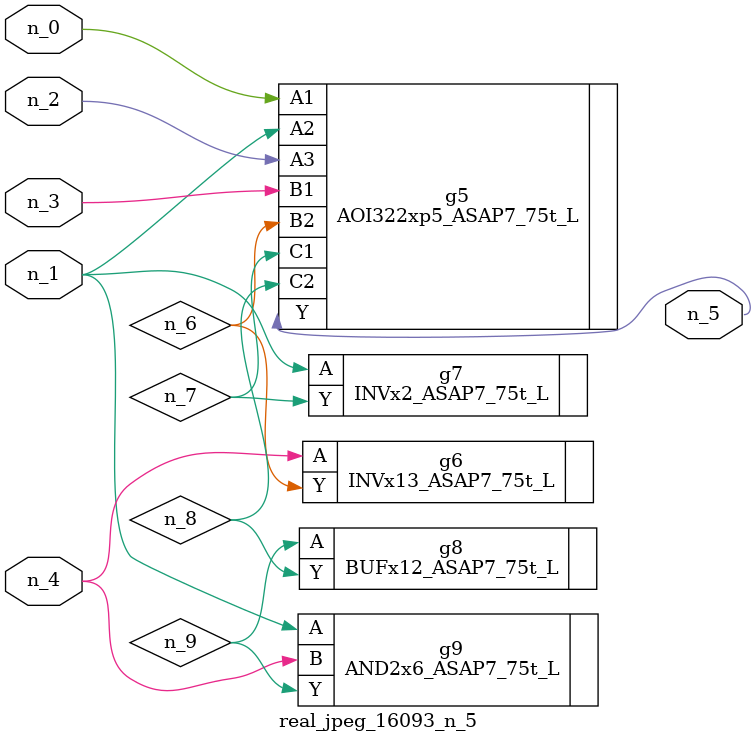
<source format=v>
module real_jpeg_16093_n_5 (n_4, n_0, n_1, n_2, n_3, n_5);

input n_4;
input n_0;
input n_1;
input n_2;
input n_3;

output n_5;

wire n_8;
wire n_6;
wire n_7;
wire n_9;

AOI322xp5_ASAP7_75t_L g5 ( 
.A1(n_0),
.A2(n_1),
.A3(n_2),
.B1(n_3),
.B2(n_6),
.C1(n_7),
.C2(n_8),
.Y(n_5)
);

INVx2_ASAP7_75t_L g7 ( 
.A(n_1),
.Y(n_7)
);

AND2x6_ASAP7_75t_L g9 ( 
.A(n_1),
.B(n_4),
.Y(n_9)
);

INVx13_ASAP7_75t_L g6 ( 
.A(n_4),
.Y(n_6)
);

BUFx12_ASAP7_75t_L g8 ( 
.A(n_9),
.Y(n_8)
);


endmodule
</source>
